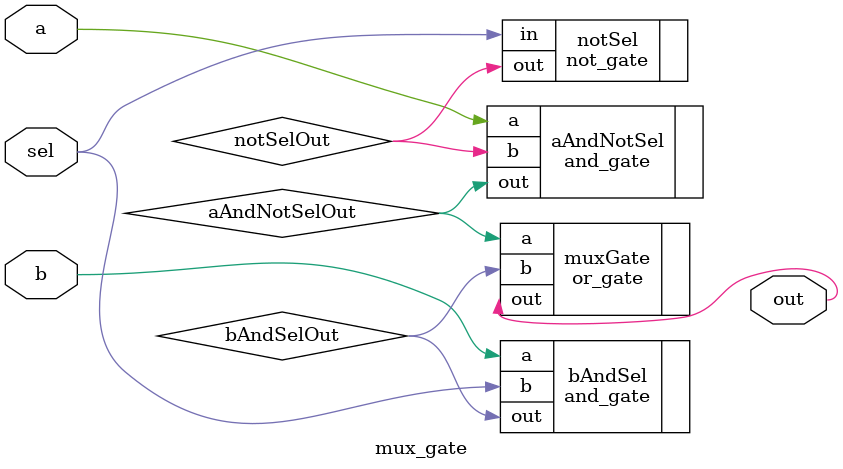
<source format=v>
`include "src/Week1/not_gate.v"
`include "src/Week1/and_gate.v"
`include "src/Week1/or_gate.v"

`ifndef MUX_GATE_V
`define MUX_GATE_V
module mux_gate(
    output wire out,
    input wire a,
    input wire b,
    input wire sel
);
    // Simple MUX gate
    // assign out = (sel) ? b : a;

    wire notSelOut;
    not_gate notSel(
        .out(notSelOut),
        .in(sel)
    );

    wire aAndNotSelOut;
    and_gate aAndNotSel (
        .out(aAndNotSelOut),
        .a(a),
        .b(notSelOut)
    );

    wire bAndSelOut;
    and_gate bAndSel (
        .out(bAndSelOut),
        .a(b),
        .b(sel)
    );

    // A AND NOT SEL || B AND SEL
    or_gate muxGate (
        .out(out),
        .a(aAndNotSelOut),
        .b(bAndSelOut)
    );
endmodule
`endif
</source>
